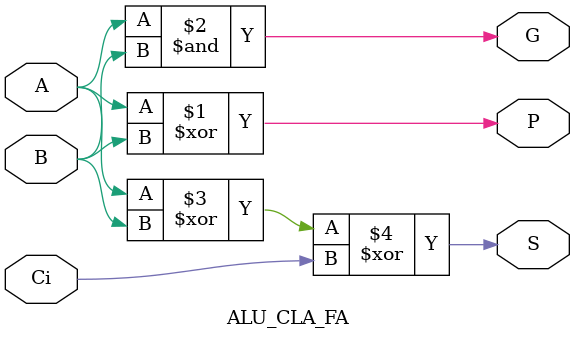
<source format=v>
/********************************************************************************************************
/		MODULE: ALU_CLA_FA - Carry Look-ahead Full Adder
/		PURPOSE: Given three one bit inputs, creates sum and propagate and generate signals
/
/		INPUTS: A - First Operand
/				B - Second Operand
/				Ci - Carry in
/
/		OUTPUTS: S - Sum of Adddition
/				 P - Propagate 
/				 G - Generate
********************************************************************************************************/
module ALU_CLA_FA (A, B, Ci, S, P, G);

input A;
input B;
input Ci;

output P;
output G;
output S;

xor Prop (P, A, B);
and Gen (G, A, B);

xor Sum (S, A, B, Ci);

endmodule

</source>
